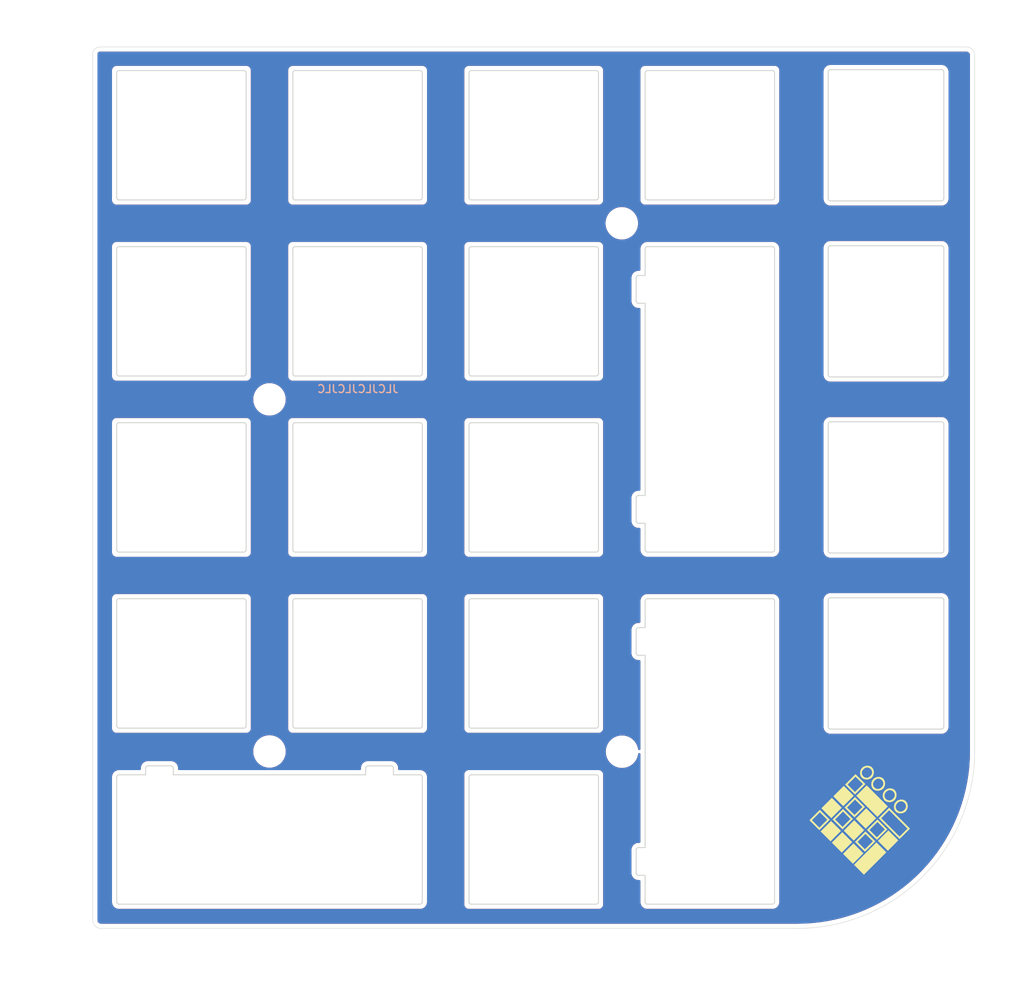
<source format=kicad_pcb>
(kicad_pcb (version 20210925) (generator pcbnew)
  (layers (0 "F.Cu" signal) (31 "B.Cu" signal) (34 "B.Paste" user) (35 "F.Paste" user) (36 "B.SilkS" user "B.Silkscreen") (37 "F.SilkS" user "F.Silkscreen") (38 "B.Mask" user) (39 "F.Mask" user) (44 "Edge.Cuts" user))
  (net 0 "")
  (footprint "Envoy:MX_Switch_Cutout_Square" (layer "F.Cu") (at 102.4255 94.90075)
    (fp_text reference "MX5" hide)
    (fp_text value "MX-NoLED" hide)
    (fp_line (start -7 -6.75) (end -7.000001 6.750001) (layer "Edge.Cuts") (width 0.1))
    (fp_line (start 7 -6.75) (end 7 6.75) (layer "Edge.Cuts") (width 0.1))
    (fp_line (start -6.75 -7) (end 6.75 -7) (layer "Edge.Cuts") (width 0.1))
    (fp_line (start -6.75 7) (end 6.75 7) (layer "Edge.Cuts") (width 0.1))
    (fp_arc (start -6.750001 6.750001) (end -6.75 7) (angle 90) (layer "Edge.Cuts") (width 0.1))
    (fp_arc (start 6.750001 6.75) (end 6.75 7) (angle -90) (layer "Edge.Cuts") (width 0.1))
    (fp_arc (start -6.750001 -6.75) (end -6.75 -7) (angle -90) (layer "Edge.Cuts") (width 0.1))
    (fp_arc (start 6.75 -6.75) (end 6.75 -7) (angle 90) (layer "Edge.Cuts") (width 0.1))
  )
  (footprint "Envoy:MX_Switch_Cutout-Combo-2u_2x1u" (layer "F.Cu") (at 159.5755 104.42575 -90)
    (fp_text reference "MX8-2u1" hide)
    (fp_text value "MX-NoLED" hide)
    (fp_line (start -10.4 7.72) (end -10.4 7) (layer "Edge.Cuts") (width 0.1))
    (fp_line (start 13.4 7) (end 16.275 7) (layer "Edge.Cuts") (width 0.1))
    (fp_line (start 13.15 7.97) (end 10.65 7.97) (layer "Edge.Cuts") (width 0.1))
    (fp_line (start -16.525 6.750002) (end -16.525 -6.75) (layer "Edge.Cuts") (width 0.1))
    (fp_line (start 10.4 7) (end -10.4 7) (layer "Edge.Cuts") (width 0.1))
    (fp_line (start 16.525001 6.750001) (end 16.524999 -6.750001) (layer "Edge.Cuts") (width 0.1))
    (fp_line (start 10.4 7.72) (end 10.4 7) (layer "Edge.Cuts") (width 0.1))
    (fp_line (start -13.4 7) (end -16.275 7) (layer "Edge.Cuts") (width 0.1))
    (fp_line (start -16.275 -6.999998) (end 16.275 -7) (layer "Edge.Cuts") (width 0.1))
    (fp_line (start -13.15 7.97) (end -10.649998 7.97) (layer "Edge.Cuts") (width 0.1))
    (fp_line (start 13.4 7) (end 13.400001 7.720001) (layer "Edge.Cuts") (width 0.1))
    (fp_line (start -13.4 7) (end -13.4 7.720002) (layer "Edge.Cuts") (width 0.1))
    (fp_arc (start 16.275001 6.75) (end 16.275 7) (angle -90) (layer "Edge.Cuts") (width 0.1))
    (fp_arc (start -10.649999 7.720001) (end -10.4 7.72) (angle 90) (layer "Edge.Cuts") (width 0.1))
    (fp_arc (start 13.150001 7.72) (end 13.15 7.97) (angle -90) (layer "Edge.Cuts") (width 0.1))
    (fp_arc (start -13.150001 7.720001) (end -13.15 7.97) (angle 90) (layer "Edge.Cuts") (width 0.1))
    (fp_arc (start -16.275001 -6.749999) (end -16.275 -6.999998) (angle -90) (layer "Edge.Cuts") (width 0.1))
    (fp_arc (start 16.275 -6.750001) (end 16.275 -7) (angle 90) (layer "Edge.Cuts") (width 0.1))
    (fp_arc (start 10.65 7.720001) (end 10.4 7.72) (angle -90) (layer "Edge.Cuts") (width 0.1))
    (fp_arc (start -16.275001 6.750001) (end -16.275 7) (angle 90) (layer "Edge.Cuts") (width 0.1))
  )
  (footprint "Envoy:MX_Switch_Cutout-Combo-2u_2x1u" (layer "F.Cu") (at 111.9505 152.05075 180)
    (fp_text reference "MX17-2u1" hide)
    (fp_text value "MX-NoLED" hide)
    (fp_line (start -16.525 6.750002) (end -16.525 -6.75) (layer "Edge.Cuts") (width 0.1))
    (fp_line (start 16.525001 6.750001) (end 16.524999 -6.750001) (layer "Edge.Cuts") (width 0.1))
    (fp_line (start -10.4 7.72) (end -10.4 7) (layer "Edge.Cuts") (width 0.1))
    (fp_line (start 13.15 7.97) (end 10.65 7.97) (layer "Edge.Cuts") (width 0.1))
    (fp_line (start 10.4 7) (end -10.4 7) (layer "Edge.Cuts") (width 0.1))
    (fp_line (start -13.4 7) (end -16.275 7) (layer "Edge.Cuts") (width 0.1))
    (fp_line (start -13.4 7) (end -13.4 7.720002) (layer "Edge.Cuts") (width 0.1))
    (fp_line (start 10.4 7.72) (end 10.4 7) (layer "Edge.Cuts") (width 0.1))
    (fp_line (start -16.275 -6.999998) (end 16.275 -7) (layer "Edge.Cuts") (width 0.1))
    (fp_line (start -13.15 7.97) (end -10.649998 7.97) (layer "Edge.Cuts") (width 0.1))
    (fp_line (start 13.4 7) (end 13.400001 7.720001) (layer "Edge.Cuts") (width 0.1))
    (fp_line (start 13.4 7) (end 16.275 7) (layer "Edge.Cuts") (width 0.1))
    (fp_arc (start -13.150001 7.720001) (end -13.15 7.97) (angle 90) (layer "Edge.Cuts") (width 0.1))
    (fp_arc (start -16.275001 -6.749999) (end -16.275 -6.999998) (angle -90) (layer "Edge.Cuts") (width 0.1))
    (fp_arc (start 10.65 7.720001) (end 10.4 7.72) (angle -90) (layer "Edge.Cuts") (width 0.1))
    (fp_arc (start 16.275001 6.75) (end 16.275 7) (angle -90) (layer "Edge.Cuts") (width 0.1))
    (fp_arc (start -10.649999 7.720001) (end -10.4 7.72) (angle 90) (layer "Edge.Cuts") (width 0.1))
    (fp_arc (start 16.275 -6.750001) (end 16.275 -7) (angle 90) (layer "Edge.Cuts") (width 0.1))
    (fp_arc (start -16.275001 6.750001) (end -16.275 7) (angle 90) (layer "Edge.Cuts") (width 0.1))
    (fp_arc (start 13.150001 7.72) (end 13.15 7.97) (angle -90) (layer "Edge.Cuts") (width 0.1))
  )
  (footprint "Envoy:MX_Switch_Cutout-Combo-2u_2x1u" (layer "F.Cu") (at 159.5755 142.52575 -90)
    (fp_text reference "MX16-2u1" hide)
    (fp_text value "MX-NoLED" hide)
    (fp_line (start -16.525 6.750002) (end -16.525 -6.75) (layer "Edge.Cuts") (width 0.1))
    (fp_line (start -13.4 7) (end -16.275 7) (layer "Edge.Cuts") (width 0.1))
    (fp_line (start 13.15 7.97) (end 10.65 7.97) (layer "Edge.Cuts") (width 0.1))
    (fp_line (start -10.4 7.72) (end -10.4 7) (layer "Edge.Cuts") (width 0.1))
    (fp_line (start 16.525001 6.750001) (end 16.524999 -6.750001) (layer "Edge.Cuts") (width 0.1))
    (fp_line (start -13.4 7) (end -13.4 7.720002) (layer "Edge.Cuts") (width 0.1))
    (fp_line (start 10.4 7.72) (end 10.4 7) (layer "Edge.Cuts") (width 0.1))
    (fp_line (start 13.4 7) (end 13.400001 7.720001) (layer "Edge.Cuts") (width 0.1))
    (fp_line (start 13.4 7) (end 16.275 7) (layer "Edge.Cuts") (width 0.1))
    (fp_line (start -16.275 -6.999998) (end 16.275 -7) (layer "Edge.Cuts") (width 0.1))
    (fp_line (start 10.4 7) (end -10.4 7) (layer "Edge.Cuts") (width 0.1))
    (fp_line (start -13.15 7.97) (end -10.649998 7.97) (layer "Edge.Cuts") (width 0.1))
    (fp_arc (start 16.275 -6.750001) (end 16.275 -7) (angle 90) (layer "Edge.Cuts") (width 0.1))
    (fp_arc (start 16.275001 6.75) (end 16.275 7) (angle -90) (layer "Edge.Cuts") (width 0.1))
    (fp_arc (start 10.65 7.720001) (end 10.4 7.72) (angle -90) (layer "Edge.Cuts") (width 0.1))
    (fp_arc (start 13.150001 7.72) (end 13.15 7.97) (angle -90) (layer "Edge.Cuts") (width 0.1))
    (fp_arc (start -16.275001 -6.749999) (end -16.275 -6.999998) (angle -90) (layer "Edge.Cuts") (width 0.1))
    (fp_arc (start -10.649999 7.720001) (end -10.4 7.72) (angle 90) (layer "Edge.Cuts") (width 0.1))
    (fp_arc (start -13.150001 7.720001) (end -13.15 7.97) (angle 90) (layer "Edge.Cuts") (width 0.1))
    (fp_arc (start -16.275001 6.750001) (end -16.275 7) (angle 90) (layer "Edge.Cuts") (width 0.1))
  )
  (footprint "Envoy:MX_Switch_Cutout_Square" (layer "F.Cu") (at 102.4255 133.00075)
    (fp_text reference "MX13" hide)
    (fp_text value "MX-NoLED" hide)
    (fp_line (start -6.75 7) (end 6.75 7) (layer "Edge.Cuts") (width 0.1))
    (fp_line (start -7 -6.75) (end -7.000001 6.750001) (layer "Edge.Cuts") (width 0.1))
    (fp_line (start -6.75 -7) (end 6.75 -7) (layer "Edge.Cuts") (width 0.1))
    (fp_line (start 7 -6.75) (end 7 6.75) (layer "Edge.Cuts") (width 0.1))
    (fp_arc (start -6.750001 6.750001) (end -6.75 7) (angle 90) (layer "Edge.Cuts") (width 0.1))
    (fp_arc (start 6.750001 6.75) (end 6.75 7) (angle -90) (layer "Edge.Cuts") (width 0.1))
    (fp_arc (start -6.750001 -6.75) (end -6.75 -7) (angle -90) (layer "Edge.Cuts") (width 0.1))
    (fp_arc (start 6.75 -6.75) (end 6.75 -7) (angle 90) (layer "Edge.Cuts") (width 0.1))
  )
  (footprint "Envoy:RotaryEncoder_Cutout" (layer "F.Cu") (at 178.6255 75.85075 -90)
    (fp_text reference "ENC1" hide)
    (fp_text value "Rotary_Encoder_Switch")
    (fp_line (start -6.85 -6.25) (end 6.85 -6.25) (layer "Edge.Cuts") (width 0.1))
    (fp_line (start 7.1 6) (end 7.1 -6) (layer "Edge.Cuts") (width 0.1))
    (fp_line (start -7.1 -6) (end -7.100001 6.000001) (layer "Edge.Cuts") (width 0.1))
    (fp_line (start -6.85 6.25) (end 6.85 6.25) (layer "Edge.Cuts") (width 0.1))
    (fp_arc (start 6.850001 6) (end 6.85 6.25) (angle -90) (layer "Edge.Cuts") (width 0.1))
    (fp_arc (start -6.850001 -6) (end -6.85 -6.25) (angle -90) (layer "Edge.Cuts") (width 0.1))
    (fp_arc (start -6.850001 6.000001) (end -6.85 6.25) (angle 90) (layer "Edge.Cuts") (width 0.1))
    (fp_arc (start 6.85 -6) (end 6.85 -6.25) (angle 90) (layer "Edge.Cuts") (width 0.1))
  )
  (footprint "Envoy:MX_Switch_Cutout_Square" (layer "F.Cu") (at 121.4755 113.95075)
    (fp_text reference "MX10" hide)
    (fp_text value "MX-NoLED" hide)
    (fp_line (start -6.75 7) (end 6.75 7) (layer "Edge.Cuts") (width 0.1))
    (fp_line (start -7 -6.75) (end -7.000001 6.750001) (layer "Edge.Cuts") (width 0.1))
    (fp_line (start 7 -6.75) (end 7 6.75) (layer "Edge.Cuts") (width 0.1))
    (fp_line (start -6.75 -7) (end 6.75 -7) (layer "Edge.Cuts") (width 0.1))
    (fp_arc (start 6.75 -6.75) (end 6.75 -7) (angle 90) (layer "Edge.Cuts") (width 0.1))
    (fp_arc (start -6.750001 6.750001) (end -6.75 7) (angle 90) (layer "Edge.Cuts") (width 0.1))
    (fp_arc (start 6.750001 6.75) (end 6.75 7) (angle -90) (layer "Edge.Cuts") (width 0.1))
    (fp_arc (start -6.750001 -6.75) (end -6.75 -7) (angle -90) (layer "Edge.Cuts") (width 0.1))
  )
  (footprint "Envoy:MX_Switch_Cutout_Square" (layer "F.Cu") (at 140.5255 152.05075)
    (fp_text reference "MX19" hide)
    (fp_text value "MX-NoLED" hide)
    (fp_line (start 7 -6.75) (end 7 6.75) (layer "Edge.Cuts") (width 0.1))
    (fp_line (start -6.75 -7) (end 6.75 -7) (layer "Edge.Cuts") (width 0.1))
    (fp_line (start -7 -6.75) (end -7.000001 6.750001) (layer "Edge.Cuts") (width 0.1))
    (fp_line (start -6.75 7) (end 6.75 7) (layer "Edge.Cuts") (width 0.1))
    (fp_arc (start -6.750001 6.750001) (end -6.75 7) (angle 90) (layer "Edge.Cuts") (width 0.1))
    (fp_arc (start 6.750001 6.75) (end 6.75 7) (angle -90) (layer "Edge.Cuts") (width 0.1))
    (fp_arc (start -6.750001 -6.75) (end -6.75 -7) (angle -90) (layer "Edge.Cuts") (width 0.1))
    (fp_arc (start 6.75 -6.75) (end 6.75 -7) (angle 90) (layer "Edge.Cuts") (width 0.1))
  )
  (footprint "Envoy:MX_Switch_Cutout_Square" (layer "F.Cu") (at 121.4755 133.00075)
    (fp_text reference "MX14" hide)
    (fp_text value "MX-NoLED" hide)
    (fp_line (start -7 -6.75) (end -7.000001 6.750001) (layer "Edge.Cuts") (width 0.1))
    (fp_line (start -6.75 7) (end 6.75 7) (layer "Edge.Cuts") (width 0.1))
    (fp_line (start -6.75 -7) (end 6.75 -7) (layer "Edge.Cuts") (width 0.1))
    (fp_line (start 7 -6.75) (end 7 6.75) (layer "Edge.Cuts") (width 0.1))
    (fp_arc (start -6.750001 6.750001) (end -6.75 7) (angle 90) (layer "Edge.Cuts") (width 0.1))
    (fp_arc (start 6.75 -6.75) (end 6.75 -7) (angle 90) (layer "Edge.Cuts") (width 0.1))
    (fp_arc (start 6.750001 6.75) (end 6.75 7) (angle -90) (layer "Edge.Cuts") (width 0.1))
    (fp_arc (start -6.750001 -6.75) (end -6.75 -7) (angle -90) (layer "Edge.Cuts") (width 0.1))
  )
  (footprint "Envoy:MX_Switch_Cutout_Square" (layer "F.Cu") (at 121.4755 94.90075)
    (fp_text reference "MX6" hide)
    (fp_text value "MX-NoLED" hide)
    (fp_line (start -7 -6.75) (end -7.000001 6.750001) (layer "Edge.Cuts") (width 0.1))
    (fp_line (start -6.75 -7) (end 6.75 -7) (layer "Edge.Cuts") (width 0.1))
    (fp_line (start 7 -6.75) (end 7 6.75) (layer "Edge.Cuts") (width 0.1))
    (fp_line (start -6.75 7) (end 6.75 7) (layer "Edge.Cuts") (width 0.1))
    (fp_arc (start -6.750001 -6.75) (end -6.75 -7) (angle -90) (layer "Edge.Cuts") (width 0.1))
    (fp_arc (start 6.750001 6.75) (end 6.75 7) (angle -90) (layer "Edge.Cuts") (width 0.1))
    (fp_arc (start 6.75 -6.75) (end 6.75 -7) (angle 90) (layer "Edge.Cuts") (width 0.1))
    (fp_arc (start -6.750001 6.750001) (end -6.75 7) (angle 90) (layer "Edge.Cuts") (width 0.1))
  )
  (footprint "Envoy:MX_Switch_Cutout_Square" (layer "F.Cu") (at 102.4255 113.95075)
    (fp_text reference "MX9" hide)
    (fp_text value "MX-NoLED" hide)
    (fp_line (start 7 -6.75) (end 7 6.75) (layer "Edge.Cuts") (width 0.1))
    (fp_line (start -6.75 -7) (end 6.75 -7) (layer "Edge.Cuts") (width 0.1))
    (fp_line (start -7 -6.75) (end -7.000001 6.750001) (layer "Edge.Cuts") (width 0.1))
    (fp_line (start -6.75 7) (end 6.75 7) (layer "Edge.Cuts") (width 0.1))
    (fp_arc (start -6.750001 -6.75) (end -6.75 -7) (angle -90) (layer "Edge.Cuts") (width 0.1))
    (fp_arc (start -6.750001 6.750001) (end -6.75 7) (angle 90) (layer "Edge.Cuts") (width 0.1))
    (fp_arc (start 6.750001 6.75) (end 6.75 7) (angle -90) (layer "Edge.Cuts") (width 0.1))
    (fp_arc (start 6.75 -6.75) (end 6.75 -7) (angle 90) (layer "Edge.Cuts") (width 0.1))
  )
  (footprint "Envoy:MX_Switch_Cutout_Square" (layer "F.Cu") (at 140.5255 113.95075)
    (fp_text reference "MX11" hide)
    (fp_text value "MX-NoLED" hide)
    (fp_line (start -6.75 7) (end 6.75 7) (layer "Edge.Cuts") (width 0.1))
    (fp_line (start -7 -6.75) (end -7.000001 6.750001) (layer "Edge.Cuts") (width 0.1))
    (fp_line (start 7 -6.75) (end 7 6.75) (layer "Edge.Cuts") (width 0.1))
    (fp_line (start -6.75 -7) (end 6.75 -7) (layer "Edge.Cuts") (width 0.1))
    (fp_arc (start -6.750001 -6.75) (end -6.75 -7) (angle -90) (layer "Edge.Cuts") (width 0.1))
    (fp_arc (start 6.75 -6.75) (end 6.75 -7) (angle 90) (layer "Edge.Cuts") (width 0.1))
    (fp_arc (start 6.750001 6.75) (end 6.75 7) (angle -90) (layer "Edge.Cuts") (width 0.1))
    (fp_arc (start -6.750001 6.750001) (end -6.75 7) (angle 90) (layer "Edge.Cuts") (width 0.1))
  )
  (footprint "Envoy:MX_Switch_Cutout_Square" (layer "F.Cu") (at 140.5255 75.85075)
    (fp_text reference "MX3" hide)
    (fp_text value "MX-NoLED" hide)
    (fp_line (start -7 -6.75) (end -7.000001 6.750001) (layer "Edge.Cuts") (width 0.1))
    (fp_line (start 7 -6.75) (end 7 6.75) (layer "Edge.Cuts") (width 0.1))
    (fp_line (start -6.75 -7) (end 6.75 -7) (layer "Edge.Cuts") (width 0.1))
    (fp_line (start -6.75 7) (end 6.75 7) (layer "Edge.Cuts") (width 0.1))
    (fp_arc (start -6.750001 6.750001) (end -6.75 7) (angle 90) (layer "Edge.Cuts") (width 0.1))
    (fp_arc (start -6.750001 -6.75) (end -6.75 -7) (angle -90) (layer "Edge.Cuts") (width 0.1))
    (fp_arc (start 6.75 -6.75) (end 6.75 -7) (angle 90) (layer "Edge.Cuts") (width 0.1))
    (fp_arc (start 6.750001 6.75) (end 6.75 7) (angle -90) (layer "Edge.Cuts") (width 0.1))
  )
  (footprint "Envoy:MX_Switch_Cutout_Square" (layer "F.Cu") (at 121.4755 75.85075)
    (fp_text reference "MX2" hide)
    (fp_text value "MX-NoLED" hide)
    (fp_line (start 7 -6.75) (end 7 6.75) (layer "Edge.Cuts") (width 0.1))
    (fp_line (start -6.75 7) (end 6.75 7) (layer "Edge.Cuts") (width 0.1))
    (fp_line (start -6.75 -7) (end 6.75 -7) (layer "Edge.Cuts") (width 0.1))
    (fp_line (start -7 -6.75) (end -7.000001 6.750001) (layer "Edge.Cuts") (width 0.1))
    (fp_arc (start 6.750001 6.75) (end 6.75 7) (angle -90) (layer "Edge.Cuts") (width 0.1))
    (fp_arc (start 6.75 -6.75) (end 6.75 -7) (angle 90) (layer "Edge.Cuts") (width 0.1))
    (fp_arc (start -6.750001 6.750001) (end -6.75 7) (angle 90) (layer "Edge.Cuts") (width 0.1))
    (fp_arc (start -6.750001 -6.75) (end -6.75 -7) (angle -90) (layer "Edge.Cuts") (width 0.1))
  )
  (footprint "Envoy:MX_Switch_Cutout_Square" (layer "F.Cu") (at 140.5255 94.90075)
    (fp_text reference "MX7" hide)
    (fp_text value "MX-NoLED" hide)
    (fp_line (start -6.75 7) (end 6.75 7) (layer "Edge.Cuts") (width 0.1))
    (fp_line (start -7 -6.75) (end -7.000001 6.750001) (layer "Edge.Cuts") (width 0.1))
    (fp_line (start 7 -6.75) (end 7 6.75) (layer "Edge.Cuts") (width 0.1))
    (fp_line (start -6.75 -7) (end 6.75 -7) (layer "Edge.Cuts") (width 0.1))
    (fp_arc (start 6.75 -6.75) (end 6.75 -7) (angle 90) (layer "Edge.Cuts") (width 0.1))
    (fp_arc (start -6.750001 6.750001) (end -6.75 7) (angle 90) (layer "Edge.Cuts") (width 0.1))
    (fp_arc (start 6.750001 6.75) (end 6.75 7) (angle -90) (layer "Edge.Cuts") (width 0.1))
    (fp_arc (start -6.750001 -6.75) (end -6.75 -7) (angle -90) (layer "Edge.Cuts") (width 0.1))
  )
  (footprint "Envoy:MX_Switch_Cutout_Square" (layer "F.Cu") (at 102.4255 75.85075)
    (fp_text reference "MX1" hide)
    (fp_text value "MX-NoLED" hide)
    (fp_line (start 7 -6.75) (end 7 6.75) (layer "Edge.Cuts") (width 0.1))
    (fp_line (start -7 -6.75) (end -7.000001 6.750001) (layer "Edge.Cuts") (width 0.1))
    (fp_line (start -6.75 -7) (end 6.75 -7) (layer "Edge.Cuts") (width 0.1))
    (fp_line (start -6.75 7) (end 6.75 7) (layer "Edge.Cuts") (width 0.1))
    (fp_arc (start 6.75 -6.75) (end 6.75 -7) (angle 90) (layer "Edge.Cuts") (width 0.1))
    (fp_arc (start -6.750001 6.750001) (end -6.75 7) (angle 90) (layer "Edge.Cuts") (width 0.1))
    (fp_arc (start -6.750001 -6.75) (end -6.75 -7) (angle -90) (layer "Edge.Cuts") (width 0.1))
    (fp_arc (start 6.750001 6.75) (end 6.75 7) (angle -90) (layer "Edge.Cuts") (width 0.1))
  )
  (footprint "Envoy:MX_Switch_Cutout_Square" (layer "F.Cu") (at 159.5755 75.85075)
    (fp_text reference "MX4" hide)
    (fp_text value "MX-NoLED" hide)
    (fp_line (start -6.75 7) (end 6.75 7) (layer "Edge.Cuts") (width 0.1))
    (fp_line (start -7 -6.75) (end -7.000001 6.750001) (layer "Edge.Cuts") (width 0.1))
    (fp_line (start -6.75 -7) (end 6.75 -7) (layer "Edge.Cuts") (width 0.1))
    (fp_line (start 7 -6.75) (end 7 6.75) (layer "Edge.Cuts") (width 0.1))
    (fp_arc (start -6.750001 6.750001) (end -6.75 7) (angle 90) (layer "Edge.Cuts") (width 0.1))
    (fp_arc (start 6.750001 6.75) (end 6.75 7) (angle -90) (layer "Edge.Cuts") (width 0.1))
    (fp_arc (start -6.750001 -6.75) (end -6.75 -7) (angle -90) (layer "Edge.Cuts") (width 0.1))
    (fp_arc (start 6.75 -6.75) (end 6.75 -7) (angle 90) (layer "Edge.Cuts") (width 0.1))
  )
  (footprint "Envoy:RotaryEncoder_Cutout" (layer "F.Cu") (at 178.6255 94.90075 -90)
    (fp_text reference "ENC2" hide)
    (fp_text value "Rotary_Encoder_Switch")
    (fp_line (start -6.85 -6.25) (end 6.85 -6.25) (layer "Edge.Cuts") (width 0.1))
    (fp_line (start -7.1 -6) (end -7.100001 6.000001) (layer "Edge.Cuts") (width 0.1))
    (fp_line (start -6.85 6.25) (end 6.85 6.25) (layer "Edge.Cuts") (width 0.1))
    (fp_line (start 7.1 6) (end 7.1 -6) (layer "Edge.Cuts") (width 0.1))
    (fp_arc (start 6.85 -6) (end 6.85 -6.25) (angle 90) (layer "Edge.Cuts") (width 0.1))
    (fp_arc (start -6.850001 -6) (end -6.85 -6.25) (angle -90) (layer "Edge.Cuts") (width 0.1))
    (fp_arc (start 6.850001 6) (end 6.85 6.25) (angle -90) (layer "Edge.Cuts") (width 0.1))
    (fp_arc (start -6.850001 6.000001) (end -6.85 6.25) (angle 90) (layer "Edge.Cuts") (width 0.1))
  )
  (footprint "Envoy:MX_Switch_Cutout_Square" (layer "F.Cu") (at 140.5255 133.00075)
    (fp_text reference "MX15" hide)
    (fp_text value "MX-NoLED" hide)
    (fp_line (start -6.75 -7) (end 6.75 -7) (layer "Edge.Cuts") (width 0.1))
    (fp_line (start -6.75 7) (end 6.75 7) (layer "Edge.Cuts") (width 0.1))
    (fp_line (start 7 -6.75) (end 7 6.75) (layer "Edge.Cuts") (width 0.1))
    (fp_line (start -7 -6.75) (end -7.000001 6.750001) (layer "Edge.Cuts") (width 0.1))
    (fp_arc (start 6.75 -6.75) (end 6.75 -7) (angle 90) (layer "Edge.Cuts") (width 0.1))
    (fp_arc (start 6.750001 6.75) (end 6.75 7) (angle -90) (layer "Edge.Cuts") (width 0.1))
    (fp_arc (start -6.750001 6.750001) (end -6.75 7) (angle 90) (layer "Edge.Cuts") (width 0.1))
    (fp_arc (start -6.750001 -6.75) (end -6.75 -7) (angle -90) (layer "Edge.Cuts") (width 0.1))
  )
  (footprint "MountingHole:MountingHole_2.5mm" (layer "F.Cu") (at 150.0755 142.55075)
    (fp_text reference "H4" hide)
    (fp_text value "MountingHole")
    (pad "" np_thru_hole circle locked (at 0 0) (size 2.5 2.5) (drill 2.5) (layers *.Cu *.Mask))
  )
  (footprint "MountingHole:MountingHole_2.5mm" (layer "F.Cu") (at 111.9505 104.42575)
    (fp_text reference "H1" hide)
    (fp_text value "MountingHole")
    (pad "" np_thru_hole circle locked (at 0 0) (size 2.5 2.5) (drill 2.5) (layers *.Cu *.Mask))
  )
  (footprint "Envoy:RotaryEncoder_Cutout" (layer "F.Cu") (at 178.6255 113.95075 -90)
    (fp_text reference "ENC3" hide)
    (fp_text value "Rotary_Encoder_Switch")
    (fp_line (start -7.1 -6) (end -7.100001 6.000001) (layer "Edge.Cuts") (width 0.1))
    (fp_line (start 7.1 6) (end 7.1 -6) (layer "Edge.Cuts") (width 0.1))
    (fp_line (start -6.85 -6.25) (end 6.85 -6.25) (layer "Edge.Cuts") (width 0.1))
    (fp_line (start -6.85 6.25) (end 6.85 6.25) (layer "Edge.Cuts") (width 0.1))
    (fp_arc (start -6.850001 6.000001) (end -6.85 6.25) (angle 90) (layer "Edge.Cuts") (width 0.1))
    (fp_arc (start -6.850001 -6) (end -6.85 -6.25) (angle -90) (layer "Edge.Cuts") (width 0.1))
    (fp_arc (start 6.850001 6) (end 6.85 6.25) (angle -90) (layer "Edge.Cuts") (width 0.1))
    (fp_arc (start 6.85 -6) (end 6.85 -6.25) (angle 90) (layer "Edge.Cuts") (width 0.1))
  )
  (footprint "MountingHole:MountingHole_2.5mm" (layer "F.Cu") (at 111.9505 142.52575)
    (fp_text reference "H3" hide)
    (fp_text value "MountingHole")
    (pad "" np_thru_hole circle locked (at 0 0) (size 2.5 2.5) (drill 2.5) (layers *.Cu *.Mask))
  )
  (footprint "Envoy:RotaryEncoder_Cutout" (layer "F.Cu") (at 178.6255 133.00075 -90)
    (fp_text reference "ENC4" hide)
    (fp_text value "Rotary_Encoder_Switch")
    (fp_line (start -6.85 6.25) (end 6.85 6.25) (layer "Edge.Cuts") (width 0.1))
    (fp_line (start -7.1 -6) (end -7.100001 6.000001) (layer "Edge.Cuts") (width 0.1))
    (fp_line (start -6.85 -6.25) (end 6.85 -6.25) (layer "Edge.Cuts") (width 0.1))
    (fp_line (start 7.1 6) (end 7.1 -6) (layer "Edge.Cuts") (width 0.1))
    (fp_arc (start -6.850001 6.000001) (end -6.85 6.25) (angle 90) (layer "Edge.Cuts") (width 0.1))
    (fp_arc (start -6.850001 -6) (end -6.85 -6.25) (angle -90) (layer "Edge.Cuts") (width 0.1))
    (fp_arc (start 6.850001 6) (end 6.85 6.25) (angle -90) (layer "Edge.Cuts") (width 0.1))
    (fp_arc (start 6.85 -6) (end 6.85 -6.25) (angle 90) (layer "Edge.Cuts") (width 0.1))
  )
  (footprint "MountingHole:MountingHole_2.5mm" (layer "F.Cu") (at 150.0505 85.37575)
    (fp_text reference "H2" hide)
    (fp_text value "MountingHole")
    (pad "" np_thru_hole circle locked (at 0 0) (size 2.5 2.5) (drill 2.5) (layers *.Cu *.Mask))
  )
  (footprint "Envoy:Envoy_icon_10mm" (layer "F.Cu") (at 176.4 149.8 45)
    (fp_text reference "G***" hide)
    (fp_text value "LOGO" hide)
    (fp_poly (pts (xy -2.804908 2.493252) (xy -4.402148 2.493252) (xy -4.402148 0.973927) (xy -2.804908 0.973927)) (layer "F.SilkS") (width 0) (fill solid))
    (fp_poly (pts (xy -0.973927 0.779141) (xy -2.571166 0.779141) (xy -2.571166 -0.740184) (xy -0.973927 -0.740184)) (layer "F.SilkS") (width 0) (fill solid))
    (fp_poly (pts (xy -0.973927 2.493252) (xy -2.571166 2.493252) (xy -2.571166 2.298467) (xy -2.376381 2.298467) (xy -1.168712 2.298467) (xy -1.168712 1.168712) (xy -2.376381 1.168712) (xy -2.376381 2.298467) (xy -2.571166 2.298467) (xy -2.571166 0.973927) (xy -0.973927 0.973927)) (layer "F.SilkS") (width 0) (fill solid))
    (fp_poly (pts (xy 0.857055 -0.934969) (xy -0.740184 -0.934969) (xy -0.740184 -1.129754) (xy -0.545399 -1.129754) (xy 0.66227 -1.129754) (xy 0.66227 -2.259509) (xy -0.545399 -2.259509) (xy -0.545399 -1.129754) (xy -0.740184 -1.129754) (xy -0.740184 -2.454294) (xy 0.857055 -2.454294)) (layer "F.SilkS") (width 0) (fill solid))
    (fp_poly (pts (xy -0.973927 -2.649079) (xy -2.571166 -2.649079) (xy -2.571166 -4.168405) (xy -0.973927 -4.168405)) (layer "F.SilkS") (width 0) (fill solid))
    (fp_poly (pts (xy 2.649079 0.779141) (xy 1.05184 0.779141) (xy 1.05184 -2.454294) (xy 2.649079 -2.454294)) (layer "F.SilkS") (width 0) (fill solid))
    (fp_poly (pts (xy -0.973927 4.168405) (xy -4.402148 4.168405) (xy -4.402148 2.64908) (xy -0.973927 2.64908)) (layer "F.SilkS") (width 0) (fill solid))
    (fp_poly (pts (xy 2.649079 4.168405) (xy 1.05184 4.168405) (xy 1.05184 3.97362) (xy 1.246625 3.97362) (xy 2.454294 3.97362) (xy 2.454294 1.168712) (xy 1.246625 1.168712) (xy 1.246625 3.97362) (xy 1.05184 3.97362) (xy 1.05184 0.973927) (xy 2.649079 0.973927)) (layer "F.SilkS") (width 0) (fill solid))
    (fp_poly (pts (xy 3.918363 -2.383964) (xy 4.116734 -2.276131) (xy 4.278047 -2.1193) (xy 4.387825 -1.922725) (xy 4.419809 -1.807485) (xy 4.420768 -1.603455) (xy 4.355603 -1.403298) (xy 4.235091 -1.223393) (xy 4.070011 -1.080122) (xy 3.884302 -0.993627) (xy 3.742002 -0.954889) (xy 3.637329 -0.941615) (xy 3.534219 -0.953971) (xy 3.396608 -0.992123) (xy 3.384233 -0.995924) (xy 3.200364 -1.087437) (xy 3.044858 -1.230474) (xy 2.929141 -1.407209) (xy 2.864637 -1.599815) (xy 2.863634 -1.702436) (xy 3.077753 -1.702436) (xy 3.111276 -1.500921) (xy 3.207138 -1.340803) (xy 3.357624 -1.229365) (xy 3.555022 -1.173894) (xy 3.642484 -1.169003) (xy 3.838806 -1.193819) (xy 3.961989 -1.245048) (xy 4.098131 -1.368514) (xy 4.178869 -1.526921) (xy 4.204669 -1.702269) (xy 4.175995 -1.87656) (xy 4.093313 -2.031798) (xy 3.957089 -2.149982) (xy 3.93832 -2.160225) (xy 3.824555 -2.198226) (xy 3.683645 -2.219145) (xy 3.642484 -2.220552) (xy 3.432591 -2.188678) (xy 3.263054 -2.098877) (xy 3.143389 -1.959877) (xy 3.08311 -1.780407) (xy 3.077753 -1.702436) (xy 2.863634 -1.702436) (xy 2.862773 -1.790464) (xy 2.865656 -1.805023) (xy 2.952449 -2.032482) (xy 3.100655 -2.219586) (xy 3.299579 -2.355502) (xy 3.468366 -2.415622) (xy 3.697415 -2.433546)) (layer "F.SilkS") (width 0) (fill solid))
    (fp_poly (pts (xy -0.973927 -0.934969) (xy -2.571166 -0.934969) (xy -2.571166 -1.129754) (xy -2.376381 -1.129754) (xy -1.168712 -1.129754) (xy -1.168712 -2.259509) (xy -2.376381 -2.259509) (xy -2.376381 -1.129754) (xy -2.571166 -1.129754) (xy -2.571166 -2.454294) (xy -0.973927 -2.454294)) (layer "F.SilkS") (width 0) (fill solid))
    (fp_poly (pts (xy 0.857055 -2.649079) (xy -0.740184 -2.649079) (xy -0.740184 -4.168405) (xy 0.857055 -4.168405)) (layer "F.SilkS") (width 0) (fill solid))
    (fp_poly (pts (xy 3.918363 1.083213) (xy 4.116734 1.191047) (xy 4.278047 1.347878) (xy 4.387825 1.544453) (xy 4.419809 1.659693) (xy 4.420768 1.863723) (xy 4.355603 2.06388) (xy 4.235091 2.243785) (xy 4.070011 2.387056) (xy 3.884302 2.473551) (xy 3.742002 2.512289) (xy 3.637329 2.525563) (xy 3.534219 2.513207) (xy 3.396608 2.475055) (xy 3.384233 2.471254) (xy 3.200364 2.379741) (xy 3.044858 2.236703) (xy 2.929141 2.059969) (xy 2.864637 1.867363) (xy 2.863634 1.764742) (xy 3.077753 1.764742) (xy 3.111276 1.966256) (xy 3.207138 2.126375) (xy 3.357624 2.237813) (xy 3.555022 2.293284) (xy 3.642484 2.298175) (xy 3.838806 2.273359) (xy 3.961989 2.22213) (xy 4.098131 2.098664) (xy 4.178869 1.940257) (xy 4.204669 1.764909) (xy 4.175995 1.590618) (xy 4.093313 1.43538) (xy 3.957089 1.317196) (xy 3.93832 1.306953) (xy 3.824555 1.268952) (xy 3.683645 1.248033) (xy 3.642484 1.246626) (xy 3.432591 1.2785) (xy 3.263054 1.368301) (xy 3.143389 1.507301) (xy 3.08311 1.686771) (xy 3.077753 1.764742) (xy 2.863634 1.764742) (xy 2.862773 1.676713) (xy 2.865656 1.662155) (xy 2.952449 1.434695) (xy 3.100655 1.247592) (xy 3.299579 1.111676) (xy 3.468366 1.051556) (xy 3.697415 1.033632)) (layer "F.SilkS") (width 0) (fill solid))
    (fp_poly (pts (xy -2.804908 -0.934969) (xy -4.402148 -0.934969) (xy -4.402148 -2.454294) (xy -2.804908 -2.454294)) (layer "F.SilkS") (width 0) (fill solid))
    (fp_poly (pts (xy 0.857055 0.779141) (xy -0.740184 0.779141) (xy -0.740184 -0.740184) (xy 0.857055 -0.740184)) (layer "F.SilkS") (width 0) (fill solid))
    (fp_poly (pts (xy 0.857055 4.168405) (xy -0.740184 4.168405) (xy -0.740184 2.64908) (xy 0.857055 2.64908)) (layer "F.SilkS") (width 0) (fill solid))
    (fp_poly (pts (xy 0.857055 2.493252) (xy -0.740184 2.493252) (xy -0.740184 2.298467) (xy -0.545399 2.298467) (xy 0.66227 2.298467) (xy 0.66227 1.168712) (xy -0.545399 1.168712) (xy -0.545399 2.298467) (xy -0.740184 2.298467) (xy -0.740184 0.973927) (xy 0.857055 0.973927)) (layer "F.SilkS") (width 0) (fill solid))
    (fp_poly (pts (xy 3.918363 -4.098075) (xy 4.116734 -3.990241) (xy 4.278047 -3.83341) (xy 4.387825 -3.636836) (xy 4.419809 -3.521595) (xy 4.420768 -3.317566) (xy 4.355603 -3.117408) (xy 4.235091 -2.937503) (xy 4.070011 -2.794232) (xy 3.884302 -2.707738) (xy 3.742002 -2.668999) (xy 3.637329 -2.655725) (xy 3.534219 -2.668081) (xy 3.396608 -2.706234) (xy 3.384233 -2.710034) (xy 3.200364 -2.801548) (xy 3.044858 -2.944585) (xy 2.929141 -3.121319) (xy 2.864637 -3.313925) (xy 2.863578 -3.422279) (xy 3.080007 -3.422279) (xy 3.103398 -3.23667) (xy 3.137934 -3.151864) (xy 3.253974 -3.008737) (xy 3.422005 -2.917202) (xy 3.63088 -2.883197) (xy 3.642484 -2.883113) (xy 3.838806 -2.907929) (xy 3.961989 -2.959159) (xy 4.098131 -3.082625) (xy 4.178869 -3.241031) (xy 4.204669 -3.416379) (xy 4.175995 -3.590671) (xy 4.093313 -3.745908) (xy 3.957089 -3.864092) (xy 3.93832 -3.874335) (xy 3.783541 -3.921431) (xy 3.599017 -3.931379) (xy 3.423489 -3.904178) (xy 3.346649 -3.874335) (xy 3.207574 -3.761678) (xy 3.116712 -3.604137) (xy 3.080007 -3.422279) (xy 2.863578 -3.422279) (xy 2.862773 -3.504575) (xy 2.865656 -3.519134) (xy 2.952449 -3.746593) (xy 3.100655 -3.933697) (xy 3.299579 -4.069612) (xy 3.468366 -4.129733) (xy 3.697415 -4.147657)) (layer "F.SilkS") (width 0) (fill solid))
    (fp_poly (pts (xy 2.649079 -2.649079) (xy 1.05184 -2.649079) (xy 1.05184 -2.843865) (xy 1.246625 -2.843865) (xy 2.454294 -2.843865) (xy 2.454294 -3.973619) (xy 1.246625 -3.973619) (xy 1.246625 -2.843865) (xy 1.05184 -2.843865) (xy 1.05184 -4.168405) (xy 2.649079 -4.168405)) (layer "F.SilkS") (width 0) (fill solid))
    (fp_poly (pts (xy -2.804908 -2.649079) (xy -4.402148 -2.649079) (xy -4.402148 -2.843865) (xy -4.207362 -2.843865) (xy -2.999694 -2.843865) (xy -2.999694 -3.973619) (xy -4.207362 -3.973619) (xy -4.207362 -2.843865) (xy -4.402148 -2.843865) (xy -4.402148 -4.168405) (xy -2.804908 -4.168405)) (layer "F.SilkS") (width 0) (fill solid))
    (fp_poly (pts (xy -2.804908 0.779141) (xy -4.402148 0.779141) (xy -4.402148 -0.740184) (xy -2.804908 -0.740184)) (layer "F.SilkS") (width 0) (fill solid))
    (fp_poly (pts (xy 3.918363 -0.630897) (xy 4.116734 -0.523063) (xy 4.278047 -0.366232) (xy 4.387825 -0.169658) (xy 4.419809 -0.054418) (xy 4.420768 0.149612) (xy 4.355603 0.34977) (xy 4.235091 0.529675) (xy 4.070011 0.672946) (xy 3.884302 0.75944) (xy 3.742002 0.798179) (xy 3.637329 0.811453) (xy 3.534219 0.799096) (xy 3.396608 0.760944) (xy 3.384233 0.757144) (xy 3.200364 0.66563) (xy 3.044858 0.522593) (xy 2.929141 0.345858) (xy 2.864637 0.153253) (xy 2.863634 0.050631) (xy 3.077753 0.050631) (xy 3.111276 0.252146) (xy 3.207138 0.412265) (xy 3.357624 0.523703) (xy 3.555022 0.579174) (xy 3.642484 0.584065) (xy 3.838806 0.559249) (xy 3.961989 0.508019) (xy 4.098131 0.384553) (xy 4.178869 0.226147) (xy 4.204669 0.050799) (xy 4.175995 -0.123493) (xy 4.093313 -0.27873) (xy 3.957089 -0.396914) (xy 3.93832 -0.407157) (xy 3.824555 -0.445158) (xy 3.683645 -0.466077) (xy 3.642484 -0.467484) (xy 3.432591 -0.435611) (xy 3.263054 -0.34581) (xy 3.143389 -0.20681) (xy 3.08311 -0.02734) (xy 3.077753 0.050631) (xy 2.863634 0.050631) (xy 2.862773 -0.037397) (xy 2.865656 -0.051956) (xy 2.952449 -0.279415) (xy 3.100655 -0.466519) (xy 3.299579 -0.602434) (xy 3.468366 -0.662555) (xy 3.697415 -0.680479)) (layer "F.SilkS") (width 0) (fill solid))
  )
  (gr_line (start 176.6255 143.10075) (end 183.1255 149.65075) (layer "F.Cu") (width 0.2))
  (gr_line (start 183.1255 149.65075) (end 176.2255 156.55075) (layer "F.Cu") (width 0.2))
  (gr_line (start 169.6755 150.00075) (end 176.2255 156.55075) (layer "F.Cu") (width 0.2))
  (gr_line (start 169.6755 150.00075) (end 176.6255 143.10075) (layer "F.Cu") (width 0.2))
  (gr_line (start 188.214 67.183) (end 188.214 142.494) (layer "Edge.Cuts") (width 0.05))
  (gr_line (start 92.837 160.782) (end 92.837 67.056) (layer "Edge.Cuts") (width 0.05))
  (gr_line (start 169.037 161.671) (end 93.726 161.671) (layer "Edge.Cuts") (width 0.05))
  (gr_arc (start 169.037 142.494) (end 169.037 161.671) (angle -90) (layer "Edge.Cuts") (width 0.05))
  (gr_arc (start 93.599 67.056) (end 93.599 66.294) (angle -90) (layer "Edge.Cuts") (width 0.05))
  (gr_arc (start 93.726 160.782) (end 92.837 160.782) (angle -90) (layer "Edge.Cuts") (width 0.05))
  (gr_arc (start 187.325 67.183) (end 188.214 67.183) (angle -90) (layer "Edge.Cuts") (width 0.05))
  (gr_line (start 93.599 66.294) (end 187.325 66.294) (layer "Edge.Cuts") (width 0.05))
  (gr_text "JLCJLCJLCJLC" (at 121.5 103.3) (layer "B.SilkS") (effects (font (size 0.85 0.85)) (justify mirror)))
  (zone (net 0) (net_name "") (layer "F.Cu") (connect_pads (clearance 0.508)) (min_thickness 0.254) (fill yes (thermal_gap 0.508) (thermal_bridge_width 0.508))
    (polygon (pts (xy 193.167 61.595) (xy 193.548 168.529) (xy 83.439 165.735) (xy 82.804 61.214)))
  )
  (zone (net 0) (net_name "") (layer "F.Cu") (connect_pads (clearance 0)) (min_thickness 0.254)
    (keepout (tracks not_allowed) (vias not_allowed) (pads not_allowed) (copperpour not_allowed) (footprints allowed))
    (fill (thermal_gap 0.508) (thermal_bridge_width 0.508))
    (polygon (pts (xy 182.7255 149.65075) (xy 176.2755 156.10075) (xy 170.0755 149.95075) (xy 176.7755 143.65075)))
  )
  (zone (net 0) (net_name "") (layer "B.Cu") (connect_pads (clearance 0.508)) (min_thickness 0.254) (fill yes (thermal_gap 0.508) (thermal_bridge_width 0.508))
    (polygon (pts (xy 192.913 62.23) (xy 191.135 165.354) (xy 88.9 166.624) (xy 88.519 62.103)))
  )
)
</source>
